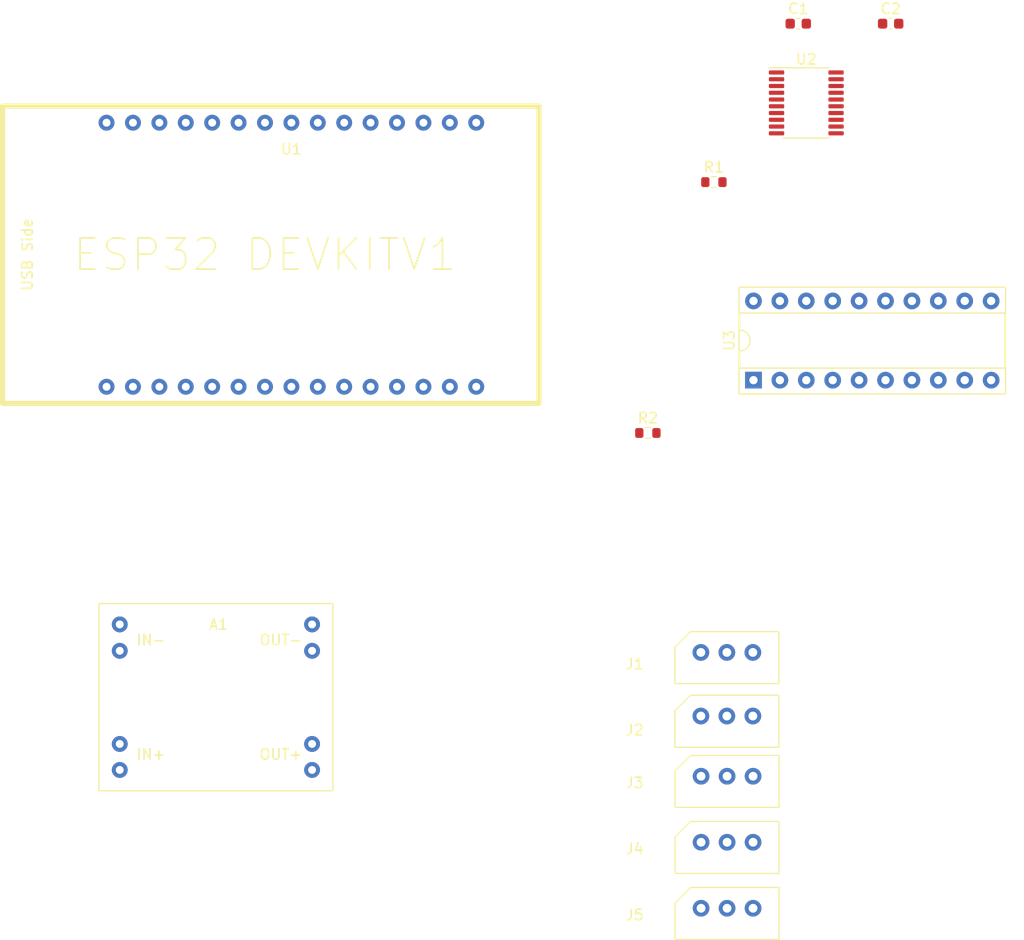
<source format=kicad_pcb>
(kicad_pcb (version 20171130) (host pcbnew 5.1.12)

  (general
    (thickness 1.6)
    (drawings 0)
    (tracks 0)
    (zones 0)
    (modules 13)
    (nets 60)
  )

  (page A4)
  (layers
    (0 F.Cu signal)
    (31 B.Cu signal)
    (32 B.Adhes user)
    (33 F.Adhes user)
    (34 B.Paste user)
    (35 F.Paste user)
    (36 B.SilkS user)
    (37 F.SilkS user)
    (38 B.Mask user)
    (39 F.Mask user)
    (40 Dwgs.User user)
    (41 Cmts.User user)
    (42 Eco1.User user)
    (43 Eco2.User user)
    (44 Edge.Cuts user)
    (45 Margin user)
    (46 B.CrtYd user)
    (47 F.CrtYd user)
    (48 B.Fab user)
    (49 F.Fab user)
  )

  (setup
    (last_trace_width 0.25)
    (trace_clearance 0.2)
    (zone_clearance 0.508)
    (zone_45_only no)
    (trace_min 0.2)
    (via_size 0.8)
    (via_drill 0.4)
    (via_min_size 0.4)
    (via_min_drill 0.3)
    (uvia_size 0.3)
    (uvia_drill 0.1)
    (uvias_allowed no)
    (uvia_min_size 0.2)
    (uvia_min_drill 0.1)
    (edge_width 0.05)
    (segment_width 0.2)
    (pcb_text_width 0.3)
    (pcb_text_size 1.5 1.5)
    (mod_edge_width 0.12)
    (mod_text_size 1 1)
    (mod_text_width 0.15)
    (pad_size 1.524 1.524)
    (pad_drill 0.762)
    (pad_to_mask_clearance 0)
    (aux_axis_origin 0 0)
    (visible_elements FFFFFF7F)
    (pcbplotparams
      (layerselection 0x010fc_ffffffff)
      (usegerberextensions false)
      (usegerberattributes true)
      (usegerberadvancedattributes true)
      (creategerberjobfile true)
      (excludeedgelayer true)
      (linewidth 0.100000)
      (plotframeref false)
      (viasonmask false)
      (mode 1)
      (useauxorigin false)
      (hpglpennumber 1)
      (hpglpenspeed 20)
      (hpglpendiameter 15.000000)
      (psnegative false)
      (psa4output false)
      (plotreference true)
      (plotvalue true)
      (plotinvisibletext false)
      (padsonsilk false)
      (subtractmaskfromsilk false)
      (outputformat 1)
      (mirror false)
      (drillshape 1)
      (scaleselection 1)
      (outputdirectory ""))
  )

  (net 0 "")
  (net 1 +3V3)
  (net 2 RX_3V3)
  (net 3 TX_3V3)
  (net 4 DIR_3V3)
  (net 5 GND)
  (net 6 DIR_5V)
  (net 7 TX_5V)
  (net 8 RX_5V)
  (net 9 +5V)
  (net 10 MOTOR_SIGNAL)
  (net 11 "Net-(U1-Pad3)")
  (net 12 "Net-(U1-Pad4)")
  (net 13 "Net-(U1-Pad5)")
  (net 14 "Net-(U1-Pad8)")
  (net 15 "Net-(U1-Pad9)")
  (net 16 "Net-(U1-Pad10)")
  (net 17 "Net-(U1-Pad11)")
  (net 18 "Net-(U1-Pad12)")
  (net 19 "Net-(U1-Pad13)")
  (net 20 "Net-(U1-Pad15)")
  (net 21 "Net-(U1-Pad16)")
  (net 22 "Net-(U1-Pad17)")
  (net 23 "Net-(U1-Pad18)")
  (net 24 "Net-(U1-Pad19)")
  (net 25 "Net-(U1-Pad20)")
  (net 26 "Net-(U1-Pad21)")
  (net 27 "Net-(U1-Pad22)")
  (net 28 "Net-(U1-Pad23)")
  (net 29 "Net-(U1-Pad24)")
  (net 30 "Net-(U1-Pad25)")
  (net 31 "Net-(U1-Pad26)")
  (net 32 "Net-(U1-Pad27)")
  (net 33 "Net-(U1-Pad28)")
  (net 34 "Net-(U1-Pad29)")
  (net 35 "Net-(R1-Pad2)")
  (net 36 "Net-(U2-Pad5)")
  (net 37 "Net-(U2-Pad6)")
  (net 38 "Net-(U2-Pad7)")
  (net 39 "Net-(U2-Pad8)")
  (net 40 "Net-(U2-Pad9)")
  (net 41 "Net-(U2-Pad12)")
  (net 42 "Net-(U2-Pad13)")
  (net 43 "Net-(U2-Pad14)")
  (net 44 "Net-(U2-Pad15)")
  (net 45 "Net-(U2-Pad16)")
  (net 46 "Net-(U3-Pad11)")
  (net 47 "Net-(U3-Pad12)")
  (net 48 "Net-(U3-Pad13)")
  (net 49 "Net-(U3-Pad4)")
  (net 50 "Net-(U3-Pad14)")
  (net 51 "Net-(U3-Pad5)")
  (net 52 "Net-(U3-Pad15)")
  (net 53 "Net-(U3-Pad6)")
  (net 54 "Net-(U3-Pad16)")
  (net 55 "Net-(U3-Pad7)")
  (net 56 "Net-(U3-Pad8)")
  (net 57 "Net-(U3-Pad9)")
  (net 58 +8V)
  (net 59 +12V)

  (net_class Default "This is the default net class."
    (clearance 0.2)
    (trace_width 0.25)
    (via_dia 0.8)
    (via_drill 0.4)
    (uvia_dia 0.3)
    (uvia_drill 0.1)
    (add_net +12V)
    (add_net +3V3)
    (add_net +5V)
    (add_net +8V)
    (add_net DIR_3V3)
    (add_net DIR_5V)
    (add_net GND)
    (add_net MOTOR_SIGNAL)
    (add_net "Net-(R1-Pad2)")
    (add_net "Net-(U1-Pad10)")
    (add_net "Net-(U1-Pad11)")
    (add_net "Net-(U1-Pad12)")
    (add_net "Net-(U1-Pad13)")
    (add_net "Net-(U1-Pad15)")
    (add_net "Net-(U1-Pad16)")
    (add_net "Net-(U1-Pad17)")
    (add_net "Net-(U1-Pad18)")
    (add_net "Net-(U1-Pad19)")
    (add_net "Net-(U1-Pad20)")
    (add_net "Net-(U1-Pad21)")
    (add_net "Net-(U1-Pad22)")
    (add_net "Net-(U1-Pad23)")
    (add_net "Net-(U1-Pad24)")
    (add_net "Net-(U1-Pad25)")
    (add_net "Net-(U1-Pad26)")
    (add_net "Net-(U1-Pad27)")
    (add_net "Net-(U1-Pad28)")
    (add_net "Net-(U1-Pad29)")
    (add_net "Net-(U1-Pad3)")
    (add_net "Net-(U1-Pad4)")
    (add_net "Net-(U1-Pad5)")
    (add_net "Net-(U1-Pad8)")
    (add_net "Net-(U1-Pad9)")
    (add_net "Net-(U2-Pad12)")
    (add_net "Net-(U2-Pad13)")
    (add_net "Net-(U2-Pad14)")
    (add_net "Net-(U2-Pad15)")
    (add_net "Net-(U2-Pad16)")
    (add_net "Net-(U2-Pad5)")
    (add_net "Net-(U2-Pad6)")
    (add_net "Net-(U2-Pad7)")
    (add_net "Net-(U2-Pad8)")
    (add_net "Net-(U2-Pad9)")
    (add_net "Net-(U3-Pad11)")
    (add_net "Net-(U3-Pad12)")
    (add_net "Net-(U3-Pad13)")
    (add_net "Net-(U3-Pad14)")
    (add_net "Net-(U3-Pad15)")
    (add_net "Net-(U3-Pad16)")
    (add_net "Net-(U3-Pad4)")
    (add_net "Net-(U3-Pad5)")
    (add_net "Net-(U3-Pad6)")
    (add_net "Net-(U3-Pad7)")
    (add_net "Net-(U3-Pad8)")
    (add_net "Net-(U3-Pad9)")
    (add_net RX_3V3)
    (add_net RX_5V)
    (add_net TX_3V3)
    (add_net TX_5V)
  )

  (module Package_DIP:DIP-20_W7.62mm_Socket (layer F.Cu) (tedit 5A02E8C5) (tstamp 61B307A9)
    (at 148.59 110.49 90)
    (descr "20-lead though-hole mounted DIP package, row spacing 7.62 mm (300 mils), Socket")
    (tags "THT DIP DIL PDIP 2.54mm 7.62mm 300mil Socket")
    (path /61B298B2)
    (fp_text reference U3 (at 3.81 -2.33 90) (layer F.SilkS)
      (effects (font (size 1 1) (thickness 0.15)))
    )
    (fp_text value 74LS241 (at 3.81 25.19 90) (layer F.Fab)
      (effects (font (size 1 1) (thickness 0.15)))
    )
    (fp_line (start 1.635 -1.27) (end 6.985 -1.27) (layer F.Fab) (width 0.1))
    (fp_line (start 6.985 -1.27) (end 6.985 24.13) (layer F.Fab) (width 0.1))
    (fp_line (start 6.985 24.13) (end 0.635 24.13) (layer F.Fab) (width 0.1))
    (fp_line (start 0.635 24.13) (end 0.635 -0.27) (layer F.Fab) (width 0.1))
    (fp_line (start 0.635 -0.27) (end 1.635 -1.27) (layer F.Fab) (width 0.1))
    (fp_line (start -1.27 -1.33) (end -1.27 24.19) (layer F.Fab) (width 0.1))
    (fp_line (start -1.27 24.19) (end 8.89 24.19) (layer F.Fab) (width 0.1))
    (fp_line (start 8.89 24.19) (end 8.89 -1.33) (layer F.Fab) (width 0.1))
    (fp_line (start 8.89 -1.33) (end -1.27 -1.33) (layer F.Fab) (width 0.1))
    (fp_line (start 2.81 -1.33) (end 1.16 -1.33) (layer F.SilkS) (width 0.12))
    (fp_line (start 1.16 -1.33) (end 1.16 24.19) (layer F.SilkS) (width 0.12))
    (fp_line (start 1.16 24.19) (end 6.46 24.19) (layer F.SilkS) (width 0.12))
    (fp_line (start 6.46 24.19) (end 6.46 -1.33) (layer F.SilkS) (width 0.12))
    (fp_line (start 6.46 -1.33) (end 4.81 -1.33) (layer F.SilkS) (width 0.12))
    (fp_line (start -1.33 -1.39) (end -1.33 24.25) (layer F.SilkS) (width 0.12))
    (fp_line (start -1.33 24.25) (end 8.95 24.25) (layer F.SilkS) (width 0.12))
    (fp_line (start 8.95 24.25) (end 8.95 -1.39) (layer F.SilkS) (width 0.12))
    (fp_line (start 8.95 -1.39) (end -1.33 -1.39) (layer F.SilkS) (width 0.12))
    (fp_line (start -1.55 -1.6) (end -1.55 24.45) (layer F.CrtYd) (width 0.05))
    (fp_line (start -1.55 24.45) (end 9.15 24.45) (layer F.CrtYd) (width 0.05))
    (fp_line (start 9.15 24.45) (end 9.15 -1.6) (layer F.CrtYd) (width 0.05))
    (fp_line (start 9.15 -1.6) (end -1.55 -1.6) (layer F.CrtYd) (width 0.05))
    (fp_arc (start 3.81 -1.33) (end 2.81 -1.33) (angle -180) (layer F.SilkS) (width 0.12))
    (fp_text user %R (at 3.81 11.43 180) (layer F.Fab)
      (effects (font (size 1 1) (thickness 0.15)))
    )
    (pad 1 thru_hole rect (at 0 0 90) (size 1.6 1.6) (drill 0.8) (layers *.Cu *.Mask)
      (net 6 DIR_5V))
    (pad 11 thru_hole oval (at 7.62 22.86 90) (size 1.6 1.6) (drill 0.8) (layers *.Cu *.Mask)
      (net 46 "Net-(U3-Pad11)"))
    (pad 2 thru_hole oval (at 0 2.54 90) (size 1.6 1.6) (drill 0.8) (layers *.Cu *.Mask)
      (net 10 MOTOR_SIGNAL))
    (pad 12 thru_hole oval (at 7.62 20.32 90) (size 1.6 1.6) (drill 0.8) (layers *.Cu *.Mask)
      (net 47 "Net-(U3-Pad12)"))
    (pad 3 thru_hole oval (at 0 5.08 90) (size 1.6 1.6) (drill 0.8) (layers *.Cu *.Mask)
      (net 10 MOTOR_SIGNAL))
    (pad 13 thru_hole oval (at 7.62 17.78 90) (size 1.6 1.6) (drill 0.8) (layers *.Cu *.Mask)
      (net 48 "Net-(U3-Pad13)"))
    (pad 4 thru_hole oval (at 0 7.62 90) (size 1.6 1.6) (drill 0.8) (layers *.Cu *.Mask)
      (net 49 "Net-(U3-Pad4)"))
    (pad 14 thru_hole oval (at 7.62 15.24 90) (size 1.6 1.6) (drill 0.8) (layers *.Cu *.Mask)
      (net 50 "Net-(U3-Pad14)"))
    (pad 5 thru_hole oval (at 0 10.16 90) (size 1.6 1.6) (drill 0.8) (layers *.Cu *.Mask)
      (net 51 "Net-(U3-Pad5)"))
    (pad 15 thru_hole oval (at 7.62 12.7 90) (size 1.6 1.6) (drill 0.8) (layers *.Cu *.Mask)
      (net 52 "Net-(U3-Pad15)"))
    (pad 6 thru_hole oval (at 0 12.7 90) (size 1.6 1.6) (drill 0.8) (layers *.Cu *.Mask)
      (net 53 "Net-(U3-Pad6)"))
    (pad 16 thru_hole oval (at 7.62 10.16 90) (size 1.6 1.6) (drill 0.8) (layers *.Cu *.Mask)
      (net 54 "Net-(U3-Pad16)"))
    (pad 7 thru_hole oval (at 0 15.24 90) (size 1.6 1.6) (drill 0.8) (layers *.Cu *.Mask)
      (net 55 "Net-(U3-Pad7)"))
    (pad 17 thru_hole oval (at 7.62 7.62 90) (size 1.6 1.6) (drill 0.8) (layers *.Cu *.Mask)
      (net 7 TX_5V))
    (pad 8 thru_hole oval (at 0 17.78 90) (size 1.6 1.6) (drill 0.8) (layers *.Cu *.Mask)
      (net 56 "Net-(U3-Pad8)"))
    (pad 18 thru_hole oval (at 7.62 5.08 90) (size 1.6 1.6) (drill 0.8) (layers *.Cu *.Mask)
      (net 8 RX_5V))
    (pad 9 thru_hole oval (at 0 20.32 90) (size 1.6 1.6) (drill 0.8) (layers *.Cu *.Mask)
      (net 57 "Net-(U3-Pad9)"))
    (pad 19 thru_hole oval (at 7.62 2.54 90) (size 1.6 1.6) (drill 0.8) (layers *.Cu *.Mask)
      (net 6 DIR_5V))
    (pad 10 thru_hole oval (at 0 22.86 90) (size 1.6 1.6) (drill 0.8) (layers *.Cu *.Mask)
      (net 5 GND))
    (pad 20 thru_hole oval (at 7.62 0 90) (size 1.6 1.6) (drill 0.8) (layers *.Cu *.Mask)
      (net 9 +5V))
    (model ${KISYS3DMOD}/Package_DIP.3dshapes/DIP-20_W7.62mm_Socket.wrl
      (at (xyz 0 0 0))
      (scale (xyz 1 1 1))
      (rotate (xyz 0 0 0))
    )
  )

  (module MyLib:ESP32_DEVKITV1 (layer F.Cu) (tedit 61B2CE01) (tstamp 61B307D1)
    (at 104.14 98.425)
    (path /61B4C560)
    (fp_text reference U1 (at 0 -10.16) (layer F.SilkS)
      (effects (font (size 1 1) (thickness 0.15)))
    )
    (fp_text value ESP32_DEVKITV1 (at 0 -16.51) (layer F.Fab)
      (effects (font (size 1 1) (thickness 0.15)))
    )
    (fp_line (start 23.82 -14.3) (end 23.82 14.3) (layer F.SilkS) (width 0.5))
    (fp_line (start -27.78 14.3) (end -27.78 -14.3) (layer F.SilkS) (width 0.5))
    (fp_line (start -27.78 -14.3) (end 23.82 -14.3) (layer F.SilkS) (width 0.5))
    (fp_line (start 23.82 14.3) (end -27.78 14.3) (layer F.SilkS) (width 0.5))
    (fp_text user "ESP32 DEVKITV1" (at -2.54 0) (layer F.SilkS)
      (effects (font (size 3 3) (thickness 0.15)))
    )
    (fp_text user "USB Side" (at -25.4 0 90) (layer F.SilkS)
      (effects (font (size 1 1) (thickness 0.15)))
    )
    (pad 1 thru_hole circle (at -17.78 12.7) (size 1.524 1.524) (drill 0.762) (layers *.Cu *.Mask)
      (net 1 +3V3))
    (pad 2 thru_hole circle (at -15.24 12.7) (size 1.524 1.524) (drill 0.762) (layers *.Cu *.Mask)
      (net 5 GND))
    (pad 3 thru_hole circle (at -12.7 12.7) (size 1.524 1.524) (drill 0.762) (layers *.Cu *.Mask)
      (net 11 "Net-(U1-Pad3)"))
    (pad 4 thru_hole circle (at -10.16 12.7) (size 1.524 1.524) (drill 0.762) (layers *.Cu *.Mask)
      (net 12 "Net-(U1-Pad4)"))
    (pad 5 thru_hole circle (at -7.62 12.7) (size 1.524 1.524) (drill 0.762) (layers *.Cu *.Mask)
      (net 13 "Net-(U1-Pad5)"))
    (pad 6 thru_hole circle (at -5.08 12.7) (size 1.524 1.524) (drill 0.762) (layers *.Cu *.Mask)
      (net 2 RX_3V3))
    (pad 7 thru_hole circle (at -2.54 12.7) (size 1.524 1.524) (drill 0.762) (layers *.Cu *.Mask)
      (net 3 TX_3V3))
    (pad 8 thru_hole circle (at 0 12.7) (size 1.524 1.524) (drill 0.762) (layers *.Cu *.Mask)
      (net 14 "Net-(U1-Pad8)"))
    (pad 9 thru_hole circle (at 2.54 12.7) (size 1.524 1.524) (drill 0.762) (layers *.Cu *.Mask)
      (net 15 "Net-(U1-Pad9)"))
    (pad 10 thru_hole circle (at 5.08 12.7) (size 1.524 1.524) (drill 0.762) (layers *.Cu *.Mask)
      (net 16 "Net-(U1-Pad10)"))
    (pad 11 thru_hole circle (at 7.62 12.7) (size 1.524 1.524) (drill 0.762) (layers *.Cu *.Mask)
      (net 17 "Net-(U1-Pad11)"))
    (pad 12 thru_hole circle (at 10.16 12.7) (size 1.524 1.524) (drill 0.762) (layers *.Cu *.Mask)
      (net 18 "Net-(U1-Pad12)"))
    (pad 13 thru_hole circle (at 12.7 12.7) (size 1.524 1.524) (drill 0.762) (layers *.Cu *.Mask)
      (net 19 "Net-(U1-Pad13)"))
    (pad 14 thru_hole circle (at 15.24 12.7) (size 1.524 1.524) (drill 0.762) (layers *.Cu *.Mask)
      (net 4 DIR_3V3))
    (pad 15 thru_hole circle (at 17.78 12.7) (size 1.524 1.524) (drill 0.762) (layers *.Cu *.Mask)
      (net 20 "Net-(U1-Pad15)"))
    (pad 16 thru_hole circle (at 17.78 -12.7) (size 1.524 1.524) (drill 0.762) (layers *.Cu *.Mask)
      (net 21 "Net-(U1-Pad16)"))
    (pad 17 thru_hole circle (at 15.24 -12.7) (size 1.524 1.524) (drill 0.762) (layers *.Cu *.Mask)
      (net 22 "Net-(U1-Pad17)"))
    (pad 18 thru_hole circle (at 12.7 -12.7) (size 1.524 1.524) (drill 0.762) (layers *.Cu *.Mask)
      (net 23 "Net-(U1-Pad18)"))
    (pad 19 thru_hole circle (at 10.16 -12.7) (size 1.524 1.524) (drill 0.762) (layers *.Cu *.Mask)
      (net 24 "Net-(U1-Pad19)"))
    (pad 20 thru_hole circle (at 7.62 -12.7) (size 1.524 1.524) (drill 0.762) (layers *.Cu *.Mask)
      (net 25 "Net-(U1-Pad20)"))
    (pad 21 thru_hole circle (at 5.08 -12.7) (size 1.524 1.524) (drill 0.762) (layers *.Cu *.Mask)
      (net 26 "Net-(U1-Pad21)"))
    (pad 22 thru_hole circle (at 2.54 -12.7) (size 1.524 1.524) (drill 0.762) (layers *.Cu *.Mask)
      (net 27 "Net-(U1-Pad22)"))
    (pad 23 thru_hole circle (at 0 -12.7) (size 1.524 1.524) (drill 0.762) (layers *.Cu *.Mask)
      (net 28 "Net-(U1-Pad23)"))
    (pad 24 thru_hole circle (at -2.54 -12.7) (size 1.524 1.524) (drill 0.762) (layers *.Cu *.Mask)
      (net 29 "Net-(U1-Pad24)"))
    (pad 25 thru_hole circle (at -5.08 -12.7) (size 1.524 1.524) (drill 0.762) (layers *.Cu *.Mask)
      (net 30 "Net-(U1-Pad25)"))
    (pad 26 thru_hole circle (at -7.62 -12.7) (size 1.524 1.524) (drill 0.762) (layers *.Cu *.Mask)
      (net 31 "Net-(U1-Pad26)"))
    (pad 27 thru_hole circle (at -10.16 -12.7) (size 1.524 1.524) (drill 0.762) (layers *.Cu *.Mask)
      (net 32 "Net-(U1-Pad27)"))
    (pad 28 thru_hole circle (at -12.7 -12.7) (size 1.524 1.524) (drill 0.762) (layers *.Cu *.Mask)
      (net 33 "Net-(U1-Pad28)"))
    (pad 29 thru_hole circle (at -15.24 -12.7) (size 1.524 1.524) (drill 0.762) (layers *.Cu *.Mask)
      (net 34 "Net-(U1-Pad29)"))
    (pad 30 thru_hole circle (at -17.78 -12.7) (size 1.524 1.524) (drill 0.762) (layers *.Cu *.Mask)
      (net 9 +5V))
  )

  (module Package_SO:TSSOP-20_4.4x6.5mm_P0.65mm (layer F.Cu) (tedit 5E476F32) (tstamp 61B41937)
    (at 153.67 83.82)
    (descr "TSSOP, 20 Pin (JEDEC MO-153 Var AC https://www.jedec.org/document_search?search_api_views_fulltext=MO-153), generated with kicad-footprint-generator ipc_gullwing_generator.py")
    (tags "TSSOP SO")
    (path /61B43F5E)
    (attr smd)
    (fp_text reference U2 (at 0 -4.2) (layer F.SilkS)
      (effects (font (size 1 1) (thickness 0.15)))
    )
    (fp_text value TXS0108EPW (at 0 4.2) (layer F.Fab)
      (effects (font (size 1 1) (thickness 0.15)))
    )
    (fp_line (start 3.85 -3.5) (end -3.85 -3.5) (layer F.CrtYd) (width 0.05))
    (fp_line (start 3.85 3.5) (end 3.85 -3.5) (layer F.CrtYd) (width 0.05))
    (fp_line (start -3.85 3.5) (end 3.85 3.5) (layer F.CrtYd) (width 0.05))
    (fp_line (start -3.85 -3.5) (end -3.85 3.5) (layer F.CrtYd) (width 0.05))
    (fp_line (start -2.2 -2.25) (end -1.2 -3.25) (layer F.Fab) (width 0.1))
    (fp_line (start -2.2 3.25) (end -2.2 -2.25) (layer F.Fab) (width 0.1))
    (fp_line (start 2.2 3.25) (end -2.2 3.25) (layer F.Fab) (width 0.1))
    (fp_line (start 2.2 -3.25) (end 2.2 3.25) (layer F.Fab) (width 0.1))
    (fp_line (start -1.2 -3.25) (end 2.2 -3.25) (layer F.Fab) (width 0.1))
    (fp_line (start 0 -3.385) (end -3.6 -3.385) (layer F.SilkS) (width 0.12))
    (fp_line (start 0 -3.385) (end 2.2 -3.385) (layer F.SilkS) (width 0.12))
    (fp_line (start 0 3.385) (end -2.2 3.385) (layer F.SilkS) (width 0.12))
    (fp_line (start 0 3.385) (end 2.2 3.385) (layer F.SilkS) (width 0.12))
    (fp_text user %R (at 0 0) (layer F.Fab)
      (effects (font (size 1 1) (thickness 0.15)))
    )
    (pad 1 smd roundrect (at -2.8625 -2.925) (size 1.475 0.4) (layers F.Cu F.Paste F.Mask) (roundrect_rratio 0.25)
      (net 2 RX_3V3))
    (pad 2 smd roundrect (at -2.8625 -2.275) (size 1.475 0.4) (layers F.Cu F.Paste F.Mask) (roundrect_rratio 0.25)
      (net 1 +3V3))
    (pad 3 smd roundrect (at -2.8625 -1.625) (size 1.475 0.4) (layers F.Cu F.Paste F.Mask) (roundrect_rratio 0.25)
      (net 3 TX_3V3))
    (pad 4 smd roundrect (at -2.8625 -0.975) (size 1.475 0.4) (layers F.Cu F.Paste F.Mask) (roundrect_rratio 0.25)
      (net 4 DIR_3V3))
    (pad 5 smd roundrect (at -2.8625 -0.325) (size 1.475 0.4) (layers F.Cu F.Paste F.Mask) (roundrect_rratio 0.25)
      (net 36 "Net-(U2-Pad5)"))
    (pad 6 smd roundrect (at -2.8625 0.325) (size 1.475 0.4) (layers F.Cu F.Paste F.Mask) (roundrect_rratio 0.25)
      (net 37 "Net-(U2-Pad6)"))
    (pad 7 smd roundrect (at -2.8625 0.975) (size 1.475 0.4) (layers F.Cu F.Paste F.Mask) (roundrect_rratio 0.25)
      (net 38 "Net-(U2-Pad7)"))
    (pad 8 smd roundrect (at -2.8625 1.625) (size 1.475 0.4) (layers F.Cu F.Paste F.Mask) (roundrect_rratio 0.25)
      (net 39 "Net-(U2-Pad8)"))
    (pad 9 smd roundrect (at -2.8625 2.275) (size 1.475 0.4) (layers F.Cu F.Paste F.Mask) (roundrect_rratio 0.25)
      (net 40 "Net-(U2-Pad9)"))
    (pad 10 smd roundrect (at -2.8625 2.925) (size 1.475 0.4) (layers F.Cu F.Paste F.Mask) (roundrect_rratio 0.25)
      (net 35 "Net-(R1-Pad2)"))
    (pad 11 smd roundrect (at 2.8625 2.925) (size 1.475 0.4) (layers F.Cu F.Paste F.Mask) (roundrect_rratio 0.25)
      (net 5 GND))
    (pad 12 smd roundrect (at 2.8625 2.275) (size 1.475 0.4) (layers F.Cu F.Paste F.Mask) (roundrect_rratio 0.25)
      (net 41 "Net-(U2-Pad12)"))
    (pad 13 smd roundrect (at 2.8625 1.625) (size 1.475 0.4) (layers F.Cu F.Paste F.Mask) (roundrect_rratio 0.25)
      (net 42 "Net-(U2-Pad13)"))
    (pad 14 smd roundrect (at 2.8625 0.975) (size 1.475 0.4) (layers F.Cu F.Paste F.Mask) (roundrect_rratio 0.25)
      (net 43 "Net-(U2-Pad14)"))
    (pad 15 smd roundrect (at 2.8625 0.325) (size 1.475 0.4) (layers F.Cu F.Paste F.Mask) (roundrect_rratio 0.25)
      (net 44 "Net-(U2-Pad15)"))
    (pad 16 smd roundrect (at 2.8625 -0.325) (size 1.475 0.4) (layers F.Cu F.Paste F.Mask) (roundrect_rratio 0.25)
      (net 45 "Net-(U2-Pad16)"))
    (pad 17 smd roundrect (at 2.8625 -0.975) (size 1.475 0.4) (layers F.Cu F.Paste F.Mask) (roundrect_rratio 0.25)
      (net 6 DIR_5V))
    (pad 18 smd roundrect (at 2.8625 -1.625) (size 1.475 0.4) (layers F.Cu F.Paste F.Mask) (roundrect_rratio 0.25)
      (net 7 TX_5V))
    (pad 19 smd roundrect (at 2.8625 -2.275) (size 1.475 0.4) (layers F.Cu F.Paste F.Mask) (roundrect_rratio 0.25)
      (net 9 +5V))
    (pad 20 smd roundrect (at 2.8625 -2.925) (size 1.475 0.4) (layers F.Cu F.Paste F.Mask) (roundrect_rratio 0.25)
      (net 8 RX_5V))
    (model ${KISYS3DMOD}/Package_SO.3dshapes/TSSOP-20_4.4x6.5mm_P0.65mm.wrl
      (at (xyz 0 0 0))
      (scale (xyz 1 1 1))
      (rotate (xyz 0 0 0))
    )
  )

  (module Resistor_SMD:R_0603_1608Metric (layer F.Cu) (tedit 5F68FEEE) (tstamp 61B421F5)
    (at 144.78 91.44)
    (descr "Resistor SMD 0603 (1608 Metric), square (rectangular) end terminal, IPC_7351 nominal, (Body size source: IPC-SM-782 page 72, https://www.pcb-3d.com/wordpress/wp-content/uploads/ipc-sm-782a_amendment_1_and_2.pdf), generated with kicad-footprint-generator")
    (tags resistor)
    (path /61B67CF6)
    (attr smd)
    (fp_text reference R1 (at 0 -1.43) (layer F.SilkS)
      (effects (font (size 1 1) (thickness 0.15)))
    )
    (fp_text value 1k (at 0 1.43) (layer F.Fab)
      (effects (font (size 1 1) (thickness 0.15)))
    )
    (fp_line (start 1.48 0.73) (end -1.48 0.73) (layer F.CrtYd) (width 0.05))
    (fp_line (start 1.48 -0.73) (end 1.48 0.73) (layer F.CrtYd) (width 0.05))
    (fp_line (start -1.48 -0.73) (end 1.48 -0.73) (layer F.CrtYd) (width 0.05))
    (fp_line (start -1.48 0.73) (end -1.48 -0.73) (layer F.CrtYd) (width 0.05))
    (fp_line (start -0.237258 0.5225) (end 0.237258 0.5225) (layer F.SilkS) (width 0.12))
    (fp_line (start -0.237258 -0.5225) (end 0.237258 -0.5225) (layer F.SilkS) (width 0.12))
    (fp_line (start 0.8 0.4125) (end -0.8 0.4125) (layer F.Fab) (width 0.1))
    (fp_line (start 0.8 -0.4125) (end 0.8 0.4125) (layer F.Fab) (width 0.1))
    (fp_line (start -0.8 -0.4125) (end 0.8 -0.4125) (layer F.Fab) (width 0.1))
    (fp_line (start -0.8 0.4125) (end -0.8 -0.4125) (layer F.Fab) (width 0.1))
    (fp_text user %R (at 0 0) (layer F.Fab)
      (effects (font (size 0.4 0.4) (thickness 0.06)))
    )
    (pad 2 smd roundrect (at 0.825 0) (size 0.8 0.95) (layers F.Cu F.Paste F.Mask) (roundrect_rratio 0.25)
      (net 35 "Net-(R1-Pad2)"))
    (pad 1 smd roundrect (at -0.825 0) (size 0.8 0.95) (layers F.Cu F.Paste F.Mask) (roundrect_rratio 0.25)
      (net 1 +3V3))
    (model ${KISYS3DMOD}/Resistor_SMD.3dshapes/R_0603_1608Metric.wrl
      (at (xyz 0 0 0))
      (scale (xyz 1 1 1))
      (rotate (xyz 0 0 0))
    )
  )

  (module Resistor_SMD:R_0603_1608Metric (layer F.Cu) (tedit 5F68FEEE) (tstamp 61B42205)
    (at 138.43 115.57)
    (descr "Resistor SMD 0603 (1608 Metric), square (rectangular) end terminal, IPC_7351 nominal, (Body size source: IPC-SM-782 page 72, https://www.pcb-3d.com/wordpress/wp-content/uploads/ipc-sm-782a_amendment_1_and_2.pdf), generated with kicad-footprint-generator")
    (tags resistor)
    (path /61B2C0BD)
    (attr smd)
    (fp_text reference R2 (at 0 -1.43) (layer F.SilkS)
      (effects (font (size 1 1) (thickness 0.15)))
    )
    (fp_text value 10k (at 0 1.43) (layer F.Fab)
      (effects (font (size 1 1) (thickness 0.15)))
    )
    (fp_line (start -0.8 0.4125) (end -0.8 -0.4125) (layer F.Fab) (width 0.1))
    (fp_line (start -0.8 -0.4125) (end 0.8 -0.4125) (layer F.Fab) (width 0.1))
    (fp_line (start 0.8 -0.4125) (end 0.8 0.4125) (layer F.Fab) (width 0.1))
    (fp_line (start 0.8 0.4125) (end -0.8 0.4125) (layer F.Fab) (width 0.1))
    (fp_line (start -0.237258 -0.5225) (end 0.237258 -0.5225) (layer F.SilkS) (width 0.12))
    (fp_line (start -0.237258 0.5225) (end 0.237258 0.5225) (layer F.SilkS) (width 0.12))
    (fp_line (start -1.48 0.73) (end -1.48 -0.73) (layer F.CrtYd) (width 0.05))
    (fp_line (start -1.48 -0.73) (end 1.48 -0.73) (layer F.CrtYd) (width 0.05))
    (fp_line (start 1.48 -0.73) (end 1.48 0.73) (layer F.CrtYd) (width 0.05))
    (fp_line (start 1.48 0.73) (end -1.48 0.73) (layer F.CrtYd) (width 0.05))
    (fp_text user %R (at 0 0) (layer F.Fab)
      (effects (font (size 0.4 0.4) (thickness 0.06)))
    )
    (pad 1 smd roundrect (at -0.825 0) (size 0.8 0.95) (layers F.Cu F.Paste F.Mask) (roundrect_rratio 0.25)
      (net 9 +5V))
    (pad 2 smd roundrect (at 0.825 0) (size 0.8 0.95) (layers F.Cu F.Paste F.Mask) (roundrect_rratio 0.25)
      (net 10 MOTOR_SIGNAL))
    (model ${KISYS3DMOD}/Resistor_SMD.3dshapes/R_0603_1608Metric.wrl
      (at (xyz 0 0 0))
      (scale (xyz 1 1 1))
      (rotate (xyz 0 0 0))
    )
  )

  (module Capacitor_SMD:C_0603_1608Metric (layer F.Cu) (tedit 5F68FEEE) (tstamp 61B4260E)
    (at 152.895 76.2)
    (descr "Capacitor SMD 0603 (1608 Metric), square (rectangular) end terminal, IPC_7351 nominal, (Body size source: IPC-SM-782 page 76, https://www.pcb-3d.com/wordpress/wp-content/uploads/ipc-sm-782a_amendment_1_and_2.pdf), generated with kicad-footprint-generator")
    (tags capacitor)
    (path /61B56033)
    (attr smd)
    (fp_text reference C1 (at 0 -1.43) (layer F.SilkS)
      (effects (font (size 1 1) (thickness 0.15)))
    )
    (fp_text value 100nF (at 0 1.43) (layer F.Fab)
      (effects (font (size 1 1) (thickness 0.15)))
    )
    (fp_line (start -0.8 0.4) (end -0.8 -0.4) (layer F.Fab) (width 0.1))
    (fp_line (start -0.8 -0.4) (end 0.8 -0.4) (layer F.Fab) (width 0.1))
    (fp_line (start 0.8 -0.4) (end 0.8 0.4) (layer F.Fab) (width 0.1))
    (fp_line (start 0.8 0.4) (end -0.8 0.4) (layer F.Fab) (width 0.1))
    (fp_line (start -0.14058 -0.51) (end 0.14058 -0.51) (layer F.SilkS) (width 0.12))
    (fp_line (start -0.14058 0.51) (end 0.14058 0.51) (layer F.SilkS) (width 0.12))
    (fp_line (start -1.48 0.73) (end -1.48 -0.73) (layer F.CrtYd) (width 0.05))
    (fp_line (start -1.48 -0.73) (end 1.48 -0.73) (layer F.CrtYd) (width 0.05))
    (fp_line (start 1.48 -0.73) (end 1.48 0.73) (layer F.CrtYd) (width 0.05))
    (fp_line (start 1.48 0.73) (end -1.48 0.73) (layer F.CrtYd) (width 0.05))
    (fp_text user %R (at 0 0) (layer F.Fab)
      (effects (font (size 0.4 0.4) (thickness 0.06)))
    )
    (pad 1 smd roundrect (at -0.775 0) (size 0.9 0.95) (layers F.Cu F.Paste F.Mask) (roundrect_rratio 0.25)
      (net 1 +3V3))
    (pad 2 smd roundrect (at 0.775 0) (size 0.9 0.95) (layers F.Cu F.Paste F.Mask) (roundrect_rratio 0.25)
      (net 5 GND))
    (model ${KISYS3DMOD}/Capacitor_SMD.3dshapes/C_0603_1608Metric.wrl
      (at (xyz 0 0 0))
      (scale (xyz 1 1 1))
      (rotate (xyz 0 0 0))
    )
  )

  (module Capacitor_SMD:C_0603_1608Metric (layer F.Cu) (tedit 5F68FEEE) (tstamp 61B4261F)
    (at 161.785 76.2)
    (descr "Capacitor SMD 0603 (1608 Metric), square (rectangular) end terminal, IPC_7351 nominal, (Body size source: IPC-SM-782 page 76, https://www.pcb-3d.com/wordpress/wp-content/uploads/ipc-sm-782a_amendment_1_and_2.pdf), generated with kicad-footprint-generator")
    (tags capacitor)
    (path /61B5D068)
    (attr smd)
    (fp_text reference C2 (at 0 -1.43) (layer F.SilkS)
      (effects (font (size 1 1) (thickness 0.15)))
    )
    (fp_text value 100nF (at 0 1.43) (layer F.Fab)
      (effects (font (size 1 1) (thickness 0.15)))
    )
    (fp_line (start 1.48 0.73) (end -1.48 0.73) (layer F.CrtYd) (width 0.05))
    (fp_line (start 1.48 -0.73) (end 1.48 0.73) (layer F.CrtYd) (width 0.05))
    (fp_line (start -1.48 -0.73) (end 1.48 -0.73) (layer F.CrtYd) (width 0.05))
    (fp_line (start -1.48 0.73) (end -1.48 -0.73) (layer F.CrtYd) (width 0.05))
    (fp_line (start -0.14058 0.51) (end 0.14058 0.51) (layer F.SilkS) (width 0.12))
    (fp_line (start -0.14058 -0.51) (end 0.14058 -0.51) (layer F.SilkS) (width 0.12))
    (fp_line (start 0.8 0.4) (end -0.8 0.4) (layer F.Fab) (width 0.1))
    (fp_line (start 0.8 -0.4) (end 0.8 0.4) (layer F.Fab) (width 0.1))
    (fp_line (start -0.8 -0.4) (end 0.8 -0.4) (layer F.Fab) (width 0.1))
    (fp_line (start -0.8 0.4) (end -0.8 -0.4) (layer F.Fab) (width 0.1))
    (fp_text user %R (at 0 0) (layer F.Fab)
      (effects (font (size 0.4 0.4) (thickness 0.06)))
    )
    (pad 2 smd roundrect (at 0.775 0) (size 0.9 0.95) (layers F.Cu F.Paste F.Mask) (roundrect_rratio 0.25)
      (net 9 +5V))
    (pad 1 smd roundrect (at -0.775 0) (size 0.9 0.95) (layers F.Cu F.Paste F.Mask) (roundrect_rratio 0.25)
      (net 5 GND))
    (model ${KISYS3DMOD}/Capacitor_SMD.3dshapes/C_0603_1608Metric.wrl
      (at (xyz 0 0 0))
      (scale (xyz 1 1 1))
      (rotate (xyz 0 0 0))
    )
  )

  (module MyLib:Molex_Spox_3Pin_2.5mmPitch (layer F.Cu) (tedit 61B435F1) (tstamp 61B491BA)
    (at 146.030001 136.680001)
    (path /61B43DB9)
    (fp_text reference J1 (at -8.870001 1.114999) (layer F.SilkS)
      (effects (font (size 1 1) (thickness 0.15)))
    )
    (fp_text value Molex_Spox_3pin (at -13.950001 -0.790001) (layer F.Fab)
      (effects (font (size 1 1) (thickness 0.15)))
    )
    (fp_line (start -5 -0.5) (end -5 3) (layer F.SilkS) (width 0.12))
    (fp_line (start -3.5 -2) (end -5 -0.5) (layer F.SilkS) (width 0.12))
    (fp_line (start 5 -2) (end -3.5 -2) (layer F.SilkS) (width 0.12))
    (fp_line (start 5 3) (end -5 3) (layer F.SilkS) (width 0.12))
    (fp_line (start 5 -2) (end 5 3) (layer F.SilkS) (width 0.12))
    (pad 1 thru_hole circle (at -2.5 0) (size 1.6 1.6) (drill 0.85) (layers *.Cu *.Mask)
      (net 5 GND))
    (pad 2 thru_hole circle (at 0 0) (size 1.6 1.6) (drill 0.85) (layers *.Cu *.Mask)
      (net 58 +8V))
    (pad 3 thru_hole circle (at 2.5 0) (size 1.6 1.6) (drill 0.85) (layers *.Cu *.Mask)
      (net 10 MOTOR_SIGNAL))
  )

  (module MyLib:Molex_Spox_3Pin_2.5mmPitch (layer F.Cu) (tedit 61B435F1) (tstamp 61B491C6)
    (at 146.030001 142.800001)
    (path /61B644B2)
    (fp_text reference J2 (at -8.870001 1.344999) (layer F.SilkS)
      (effects (font (size 1 1) (thickness 0.15)))
    )
    (fp_text value Molex_Spox_3pin (at -13.950001 -0.560001) (layer F.Fab)
      (effects (font (size 1 1) (thickness 0.15)))
    )
    (fp_line (start 5 -2) (end 5 3) (layer F.SilkS) (width 0.12))
    (fp_line (start 5 3) (end -5 3) (layer F.SilkS) (width 0.12))
    (fp_line (start 5 -2) (end -3.5 -2) (layer F.SilkS) (width 0.12))
    (fp_line (start -3.5 -2) (end -5 -0.5) (layer F.SilkS) (width 0.12))
    (fp_line (start -5 -0.5) (end -5 3) (layer F.SilkS) (width 0.12))
    (pad 3 thru_hole circle (at 2.5 0) (size 1.6 1.6) (drill 0.85) (layers *.Cu *.Mask)
      (net 10 MOTOR_SIGNAL))
    (pad 2 thru_hole circle (at 0 0) (size 1.6 1.6) (drill 0.85) (layers *.Cu *.Mask)
      (net 58 +8V))
    (pad 1 thru_hole circle (at -2.5 0) (size 1.6 1.6) (drill 0.85) (layers *.Cu *.Mask)
      (net 5 GND))
  )

  (module MyLib:Molex_Spox_3Pin_2.5mmPitch (layer F.Cu) (tedit 61B435F1) (tstamp 61B491D2)
    (at 146.05 148.59)
    (path /61B65BB0)
    (fp_text reference J3 (at -8.89 0.635) (layer F.SilkS)
      (effects (font (size 1 1) (thickness 0.15)))
    )
    (fp_text value Molex_Spox_3pin (at -13.97 -1.27) (layer F.Fab)
      (effects (font (size 1 1) (thickness 0.15)))
    )
    (fp_line (start -5 -0.5) (end -5 3) (layer F.SilkS) (width 0.12))
    (fp_line (start -3.5 -2) (end -5 -0.5) (layer F.SilkS) (width 0.12))
    (fp_line (start 5 -2) (end -3.5 -2) (layer F.SilkS) (width 0.12))
    (fp_line (start 5 3) (end -5 3) (layer F.SilkS) (width 0.12))
    (fp_line (start 5 -2) (end 5 3) (layer F.SilkS) (width 0.12))
    (pad 1 thru_hole circle (at -2.5 0) (size 1.6 1.6) (drill 0.85) (layers *.Cu *.Mask)
      (net 5 GND))
    (pad 2 thru_hole circle (at 0 0) (size 1.6 1.6) (drill 0.85) (layers *.Cu *.Mask)
      (net 58 +8V))
    (pad 3 thru_hole circle (at 2.5 0) (size 1.6 1.6) (drill 0.85) (layers *.Cu *.Mask)
      (net 10 MOTOR_SIGNAL))
  )

  (module MyLib:Molex_Spox_3Pin_2.5mmPitch (layer F.Cu) (tedit 61B435F1) (tstamp 61B491DE)
    (at 146.05 154.94)
    (path /61B661BC)
    (fp_text reference J4 (at -8.89 0.635) (layer F.SilkS)
      (effects (font (size 1 1) (thickness 0.15)))
    )
    (fp_text value Molex_Spox_3pin (at -13.97 -1.27) (layer F.Fab)
      (effects (font (size 1 1) (thickness 0.15)))
    )
    (fp_line (start 5 -2) (end 5 3) (layer F.SilkS) (width 0.12))
    (fp_line (start 5 3) (end -5 3) (layer F.SilkS) (width 0.12))
    (fp_line (start 5 -2) (end -3.5 -2) (layer F.SilkS) (width 0.12))
    (fp_line (start -3.5 -2) (end -5 -0.5) (layer F.SilkS) (width 0.12))
    (fp_line (start -5 -0.5) (end -5 3) (layer F.SilkS) (width 0.12))
    (pad 3 thru_hole circle (at 2.5 0) (size 1.6 1.6) (drill 0.85) (layers *.Cu *.Mask)
      (net 10 MOTOR_SIGNAL))
    (pad 2 thru_hole circle (at 0 0) (size 1.6 1.6) (drill 0.85) (layers *.Cu *.Mask)
      (net 58 +8V))
    (pad 1 thru_hole circle (at -2.5 0) (size 1.6 1.6) (drill 0.85) (layers *.Cu *.Mask)
      (net 5 GND))
  )

  (module MyLib:Molex_Spox_3Pin_2.5mmPitch (layer F.Cu) (tedit 61B435F1) (tstamp 61B491EA)
    (at 146.05 161.29)
    (path /61B6A189)
    (fp_text reference J5 (at -8.89 0.635) (layer F.SilkS)
      (effects (font (size 1 1) (thickness 0.15)))
    )
    (fp_text value Molex_Spox_3pin (at -13.97 -1.27) (layer F.Fab)
      (effects (font (size 1 1) (thickness 0.15)))
    )
    (fp_line (start -5 -0.5) (end -5 3) (layer F.SilkS) (width 0.12))
    (fp_line (start -3.5 -2) (end -5 -0.5) (layer F.SilkS) (width 0.12))
    (fp_line (start 5 -2) (end -3.5 -2) (layer F.SilkS) (width 0.12))
    (fp_line (start 5 3) (end -5 3) (layer F.SilkS) (width 0.12))
    (fp_line (start 5 -2) (end 5 3) (layer F.SilkS) (width 0.12))
    (pad 1 thru_hole circle (at -2.5 0) (size 1.6 1.6) (drill 0.85) (layers *.Cu *.Mask)
      (net 5 GND))
    (pad 2 thru_hole circle (at 0 0) (size 1.6 1.6) (drill 0.85) (layers *.Cu *.Mask)
      (net 58 +8V))
    (pad 3 thru_hole circle (at 2.5 0) (size 1.6 1.6) (drill 0.85) (layers *.Cu *.Mask)
      (net 10 MOTOR_SIGNAL))
  )

  (module MyLib:MP1584EN_DC-DC_Buck (layer F.Cu) (tedit 61B4634E) (tstamp 61B49701)
    (at 87.63 133.985)
    (path /61BAACEF)
    (fp_text reference A1 (at 9.5 0) (layer F.SilkS)
      (effects (font (size 1 1) (thickness 0.15)))
    )
    (fp_text value DC-DC_Buck (at 9.5 -5) (layer F.Fab)
      (effects (font (size 1 1) (thickness 0.15)))
    )
    (fp_line (start -2 -2) (end -2 16) (layer F.SilkS) (width 0.12))
    (fp_line (start 20.5 -2) (end 20.5 16) (layer F.SilkS) (width 0.12))
    (fp_line (start -2 16) (end 20.5 16) (layer F.SilkS) (width 0.12))
    (fp_line (start -2 -2) (end 20.5 -2) (layer F.SilkS) (width 0.12))
    (fp_text user IN- (at 3 1.5) (layer F.SilkS)
      (effects (font (size 1 1) (thickness 0.15)))
    )
    (fp_text user IN+ (at 3 12.5) (layer F.SilkS)
      (effects (font (size 1 1) (thickness 0.15)))
    )
    (fp_text user OUT+ (at 15.5 12.5) (layer F.SilkS)
      (effects (font (size 1 1) (thickness 0.15)))
    )
    (fp_text user OUT- (at 15.5 1.5) (layer F.SilkS)
      (effects (font (size 1 1) (thickness 0.15)))
    )
    (pad 1 thru_hole circle (at 0 0) (size 1.524 1.524) (drill 0.762) (layers *.Cu *.Mask)
      (net 5 GND))
    (pad 1 thru_hole circle (at 0 2.54) (size 1.524 1.524) (drill 0.762) (layers *.Cu *.Mask)
      (net 5 GND))
    (pad 4 thru_hole circle (at 0 11.5) (size 1.524 1.524) (drill 0.762) (layers *.Cu *.Mask)
      (net 59 +12V))
    (pad 4 thru_hole circle (at 0 14) (size 1.524 1.524) (drill 0.762) (layers *.Cu *.Mask)
      (net 59 +12V))
    (pad 2 thru_hole circle (at 18.5 0) (size 1.524 1.524) (drill 0.762) (layers *.Cu *.Mask)
      (net 5 GND))
    (pad 3 thru_hole circle (at 18.5 14) (size 1.524 1.524) (drill 0.762) (layers *.Cu *.Mask)
      (net 9 +5V))
    (pad 2 thru_hole circle (at 18.5 2.54) (size 1.524 1.524) (drill 0.762) (layers *.Cu *.Mask)
      (net 5 GND))
    (pad 3 thru_hole circle (at 18.5 11.5) (size 1.524 1.524) (drill 0.762) (layers *.Cu *.Mask)
      (net 9 +5V))
  )

)

</source>
